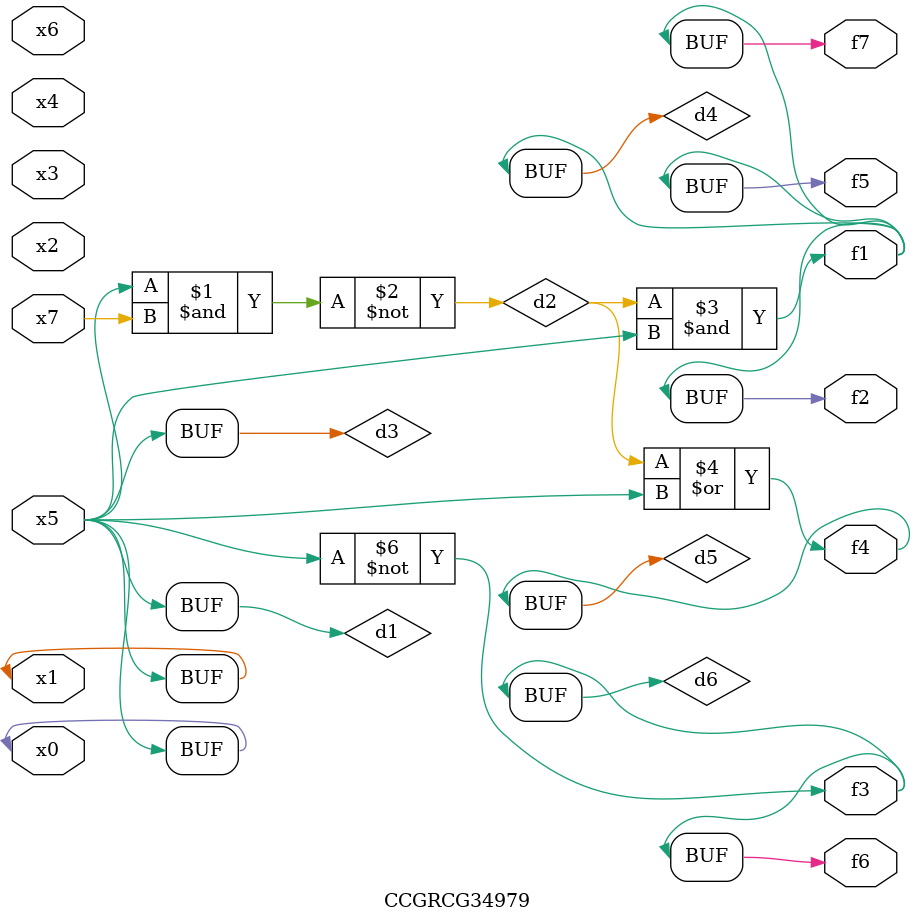
<source format=v>
module CCGRCG34979(
	input x0, x1, x2, x3, x4, x5, x6, x7,
	output f1, f2, f3, f4, f5, f6, f7
);

	wire d1, d2, d3, d4, d5, d6;

	buf (d1, x0, x5);
	nand (d2, x5, x7);
	buf (d3, x0, x1);
	and (d4, d2, d3);
	or (d5, d2, d3);
	nor (d6, d1, d3);
	assign f1 = d4;
	assign f2 = d4;
	assign f3 = d6;
	assign f4 = d5;
	assign f5 = d4;
	assign f6 = d6;
	assign f7 = d4;
endmodule

</source>
